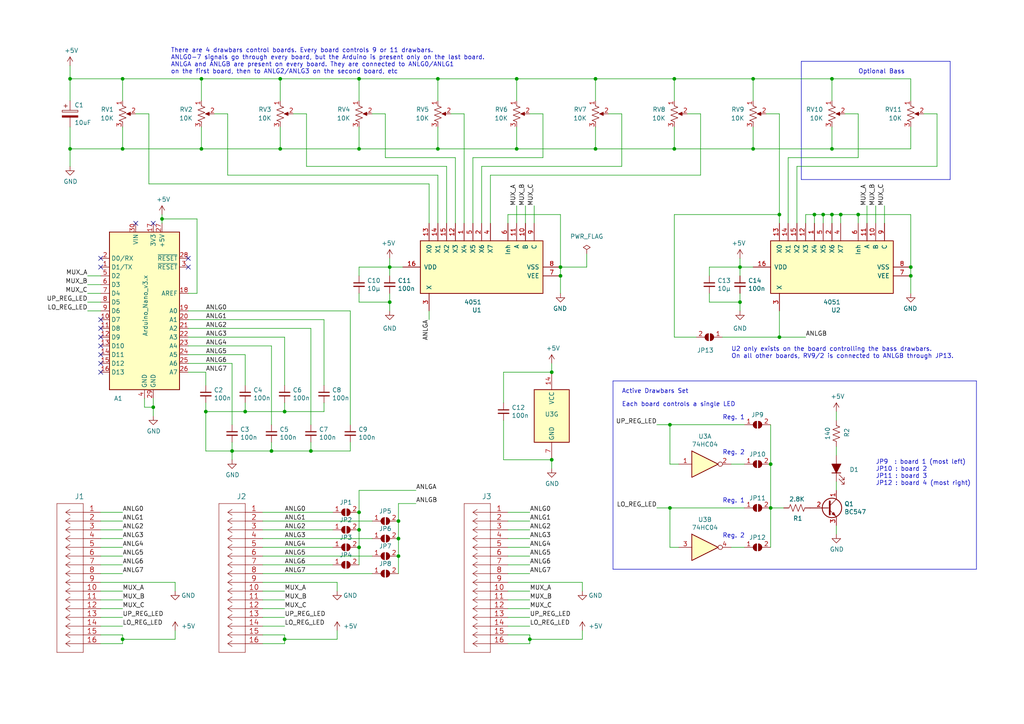
<source format=kicad_sch>
(kicad_sch (version 20250114) (generator "eeschema") (generator_version "9.0")
  (paper "A4")
  (title_block (title "9 Drawbars Control Board + 2 optional") (date "2022-04-10") (rev "1.1") (comment 1 "Rev 1.1 : Connect UP_REG_LED and LO_REG_LED to connectors. GND moved to pin 9 on J1, J2 and J3."))
  (text "Reg. 2" (at 209.55 156.21 0) (effects (font (size 1.27 1.27)) (justify left bottom)))
  (text "Optional Bass" (at 248.92 21.59 0) (effects (font (size 1.27 1.27)) (justify left bottom)))
  (text "Each board controls a single LED" (at 180.34 118.11 0) (effects (font (size 1.27 1.27)) (justify left bottom)))
  (text "Reg. 1" (at 209.55 121.92 0) (effects (font (size 1.27 1.27)) (justify left bottom)))
  (text "Reg. 1" (at 209.55 146.05 0) (effects (font (size 1.27 1.27)) (justify left bottom)))
  (text "JP9  : board 1 (most left)\nJP10 : board 2\nJP11 : board 3\nJP12 : board 4 (most right)" (at 254 140.97 0) (effects (font (size 1.27 1.27)) (justify left bottom)))
  (text "Active Drawbars Set" (at 180.34 114.3 0) (effects (font (size 1.27 1.27)) (justify left bottom)))
  (text "U2 only exists on the board controlling the bass drawbars.\nOn all other boards, RV9/2 is connected to ANLGB through JP13." (at 212.09 104.14 0) (effects (font (size 1.27 1.27)) (justify left bottom)))
  (text "Reg. 2" (at 209.55 132.08 0) (effects (font (size 1.27 1.27)) (justify left bottom)))
  (text "There are 4 drawbars control boards. Every board controls 9 or 11 drawbars.\nANLG0-7 signals go through every board, but the Arduino is present only on the last board.\nANLGA and ANLGB are present on every board. They are connected to ANLG0/ANLG1 \non the first board, then to ANLG2/ANLG3 on the second board, etc" (at 49.53 21.59 0) (effects (font (size 1.27 1.27)) (justify left bottom)))
  (junction (at 35.56 22.86))
  (junction (at 113.03 77.47))
  (junction (at 115.57 161.29))
  (junction (at 264.16 77.47))
  (junction (at 82.55 185.42))
  (junction (at 104.14 158.75))
  (junction (at 236.22 62.23))
  (junction (at 264.16 80.01))
  (junction (at 248.92 62.23))
  (junction (at 127 43.18))
  (junction (at 104.14 22.86))
  (junction (at 241.3 22.86))
  (junction (at 115.57 156.21))
  (junction (at 218.44 22.86))
  (junction (at 104.14 153.67))
  (junction (at 153.67 185.42))
  (junction (at 115.57 151.13))
  (junction (at 58.42 43.18))
  (junction (at 214.63 87.63))
  (junction (at 149.86 43.18))
  (junction (at 81.28 43.18))
  (junction (at 218.44 43.18))
  (junction (at 59.69 119.38))
  (junction (at 35.56 43.18))
  (junction (at 67.31 130.81))
  (junction (at 46.99 63.5))
  (junction (at 195.58 22.86))
  (junction (at 241.3 62.23))
  (junction (at 127 22.86))
  (junction (at 58.42 22.86))
  (junction (at 226.06 97.79))
  (junction (at 226.06 62.23))
  (junction (at 81.28 22.86))
  (junction (at 194.31 147.32))
  (junction (at 82.55 119.38))
  (junction (at 162.56 80.01))
  (junction (at 241.3 43.18))
  (junction (at 162.56 77.47))
  (junction (at 113.03 87.63))
  (junction (at 172.72 43.18))
  (junction (at 172.72 22.86))
  (junction (at 160.02 107.95))
  (junction (at 20.32 22.86))
  (junction (at 214.63 77.47))
  (junction (at 223.52 147.32))
  (junction (at 223.52 134.62))
  (junction (at 243.84 62.23))
  (junction (at 78.74 130.81))
  (junction (at 44.45 118.11))
  (junction (at 104.14 43.18))
  (junction (at 71.12 119.38))
  (junction (at 35.56 185.42))
  (junction (at 90.17 130.81))
  (junction (at 195.58 43.18))
  (junction (at 194.31 123.19))
  (junction (at 149.86 22.86))
  (junction (at 104.14 148.59))
  (junction (at 238.76 62.23))
  (junction (at 160.02 133.35))
  (junction (at 20.32 43.18))
  (no_connect (at 29.21 107.95))
  (no_connect (at 29.21 102.87))
  (no_connect (at 39.37 64.77))
  (no_connect (at 29.21 74.93))
  (no_connect (at 29.21 95.25))
  (no_connect (at 29.21 100.33))
  (no_connect (at 29.21 77.47))
  (no_connect (at 29.21 92.71))
  (no_connect (at 54.61 77.47))
  (no_connect (at 29.21 97.79))
  (no_connect (at 44.45 64.77))
  (no_connect (at 29.21 105.41))
  (no_connect (at 54.61 74.93))
  (wire (pts (xy 162.56 62.23) (xy 147.32 62.23)))
  (wire (pts (xy 238.76 62.23) (xy 236.22 62.23)))
  (wire (pts (xy 139.7 64.77) (xy 139.7 48.26)))
  (wire (pts (xy 76.2 181.61) (xy 82.55 181.61)))
  (wire (pts (xy 264.16 80.01) (xy 264.16 77.47)))
  (wire (pts (xy 29.21 87.63) (xy 25.4 87.63)))
  (wire (pts (xy 223.52 134.62) (xy 223.52 147.32)))
  (wire (pts (xy 241.3 29.21) (xy 241.3 22.86)))
  (wire (pts (xy 104.14 77.47) (xy 104.14 80.01)))
  (wire (pts (xy 82.55 97.79) (xy 82.55 111.76)))
  (wire (pts (xy 104.14 87.63) (xy 113.03 87.63)))
  (wire (pts (xy 66.04 50.8) (xy 66.04 33.02)))
  (wire (pts (xy 251.46 64.77) (xy 251.46 59.69)))
  (wire (pts (xy 107.95 33.02) (xy 111.76 33.02)))
  (wire (pts (xy 127 36.83) (xy 127 43.18)))
  (wire (pts (xy 44.45 115.57) (xy 44.45 118.11)))
  (wire (pts (xy 46.99 63.5) (xy 46.99 64.77)))
  (wire (pts (xy 29.21 161.29) (xy 35.56 161.29)))
  (wire (pts (xy 57.15 85.09) (xy 57.15 63.5)))
  (wire (pts (xy 194.31 147.32) (xy 215.9 147.32)))
  (wire (pts (xy 215.9 158.75) (xy 212.09 158.75)))
  (wire (pts (xy 20.32 19.05) (xy 20.32 22.86)))
  (polyline (pts (xy 283.21 165.1) (xy 177.8 165.1)))
  (wire (pts (xy 248.92 62.23) (xy 248.92 64.77)))
  (wire (pts (xy 147.32 181.61) (xy 153.67 181.61)))
  (wire (pts (xy 54.61 95.25) (xy 90.17 95.25)))
  (wire (pts (xy 214.63 74.93) (xy 214.63 77.47)))
  (wire (pts (xy 115.57 166.37) (xy 115.57 161.29)))
  (wire (pts (xy 57.15 63.5) (xy 46.99 63.5)))
  (wire (pts (xy 195.58 62.23) (xy 226.06 62.23)))
  (wire (pts (xy 264.16 36.83) (xy 264.16 43.18)))
  (wire (pts (xy 78.74 100.33) (xy 78.74 123.19)))
  (wire (pts (xy 226.06 33.02) (xy 226.06 62.23)))
  (wire (pts (xy 124.46 90.17) (xy 124.46 92.71)))
  (wire (pts (xy 146.05 107.95) (xy 146.05 116.84)))
  (wire (pts (xy 54.61 102.87) (xy 71.12 102.87)))
  (wire (pts (xy 82.55 185.42) (xy 82.55 186.69)))
  (wire (pts (xy 129.54 64.77) (xy 129.54 48.26)))
  (wire (pts (xy 29.21 90.17) (xy 25.4 90.17)))
  (wire (pts (xy 168.91 185.42) (xy 168.91 182.88)))
  (wire (pts (xy 154.94 64.77) (xy 154.94 59.69)))
  (wire (pts (xy 203.2 50.8) (xy 203.2 33.02)))
  (wire (pts (xy 149.86 29.21) (xy 149.86 22.86)))
  (wire (pts (xy 168.91 168.91) (xy 147.32 168.91)))
  (wire (pts (xy 90.17 130.81) (xy 101.6 130.81)))
  (wire (pts (xy 172.72 22.86) (xy 149.86 22.86)))
  (wire (pts (xy 195.58 43.18) (xy 218.44 43.18)))
  (wire (pts (xy 241.3 22.86) (xy 218.44 22.86)))
  (wire (pts (xy 81.28 36.83) (xy 81.28 43.18)))
  (wire (pts (xy 59.69 107.95) (xy 59.69 111.76)))
  (wire (pts (xy 264.16 80.01) (xy 264.16 85.09)))
  (wire (pts (xy 58.42 29.21) (xy 58.42 22.86)))
  (wire (pts (xy 29.21 156.21) (xy 35.56 156.21)))
  (wire (pts (xy 162.56 77.47) (xy 162.56 80.01)))
  (wire (pts (xy 101.6 90.17) (xy 101.6 123.19)))
  (wire (pts (xy 97.79 171.45) (xy 97.79 168.91)))
  (wire (pts (xy 35.56 43.18) (xy 20.32 43.18)))
  (wire (pts (xy 29.21 173.99) (xy 35.56 173.99)))
  (wire (pts (xy 78.74 130.81) (xy 67.31 130.81)))
  (wire (pts (xy 104.14 158.75) (xy 104.14 153.67)))
  (wire (pts (xy 97.79 168.91) (xy 76.2 168.91)))
  (wire (pts (xy 242.57 154.94) (xy 242.57 152.4)))
  (wire (pts (xy 149.86 43.18) (xy 172.72 43.18)))
  (wire (pts (xy 196.85 158.75) (xy 194.31 158.75)))
  (wire (pts (xy 101.6 130.81) (xy 101.6 128.27)))
  (wire (pts (xy 147.32 186.69) (xy 153.67 186.69)))
  (wire (pts (xy 142.24 50.8) (xy 203.2 50.8)))
  (wire (pts (xy 76.2 153.67) (xy 96.52 153.67)))
  (wire (pts (xy 195.58 36.83) (xy 195.58 43.18)))
  (wire (pts (xy 41.91 118.11) (xy 44.45 118.11)))
  (wire (pts (xy 137.16 45.72) (xy 157.48 45.72)))
  (wire (pts (xy 20.32 43.18) (xy 20.32 36.83)))
  (wire (pts (xy 241.3 62.23) (xy 238.76 62.23)))
  (wire (pts (xy 236.22 62.23) (xy 233.68 62.23)))
  (wire (pts (xy 223.52 147.32) (xy 223.52 158.75)))
  (wire (pts (xy 153.67 33.02) (xy 157.48 33.02)))
  (wire (pts (xy 248.92 45.72) (xy 248.92 33.02)))
  (wire (pts (xy 147.32 151.13) (xy 153.67 151.13)))
  (wire (pts (xy 82.55 184.15) (xy 82.55 185.42)))
  (wire (pts (xy 195.58 97.79) (xy 195.58 62.23)))
  (wire (pts (xy 104.14 43.18) (xy 127 43.18)))
  (wire (pts (xy 20.32 48.26) (xy 20.32 43.18)))
  (wire (pts (xy 264.16 62.23) (xy 248.92 62.23)))
  (wire (pts (xy 149.86 36.83) (xy 149.86 43.18)))
  (wire (pts (xy 81.28 43.18) (xy 104.14 43.18)))
  (wire (pts (xy 54.61 92.71) (xy 93.98 92.71)))
  (wire (pts (xy 162.56 62.23) (xy 162.56 77.47)))
  (wire (pts (xy 194.31 123.19) (xy 215.9 123.19)))
  (wire (pts (xy 54.61 105.41) (xy 67.31 105.41)))
  (wire (pts (xy 162.56 80.01) (xy 162.56 85.09)))
  (wire (pts (xy 267.97 33.02) (xy 271.78 33.02)))
  (wire (pts (xy 104.14 36.83) (xy 104.14 43.18)))
  (wire (pts (xy 149.86 64.77) (xy 149.86 59.69)))
  (wire (pts (xy 180.34 33.02) (xy 180.34 48.26)))
  (polyline (pts (xy 275.59 52.07) (xy 232.41 52.07)))
  (wire (pts (xy 113.03 87.63) (xy 113.03 85.09)))
  (wire (pts (xy 248.92 62.23) (xy 243.84 62.23)))
  (wire (pts (xy 160.02 135.89) (xy 160.02 133.35)))
  (wire (pts (xy 44.45 120.65) (xy 44.45 118.11)))
  (wire (pts (xy 43.18 33.02) (xy 43.18 53.34)))
  (wire (pts (xy 29.21 186.69) (xy 35.56 186.69)))
  (wire (pts (xy 35.56 185.42) (xy 50.8 185.42)))
  (wire (pts (xy 67.31 105.41) (xy 67.31 123.19)))
  (polyline (pts (xy 177.8 110.49) (xy 177.8 165.1)))
  (wire (pts (xy 58.42 22.86) (xy 35.56 22.86)))
  (wire (pts (xy 194.31 147.32) (xy 194.31 158.75)))
  (wire (pts (xy 157.48 33.02) (xy 157.48 45.72)))
  (polyline (pts (xy 275.59 52.07) (xy 275.59 17.78)))
  (polyline (pts (xy 177.8 110.49) (xy 283.21 110.49)))
  (wire (pts (xy 127 22.86) (xy 104.14 22.86)))
  (wire (pts (xy 104.14 142.24) (xy 120.65 142.24)))
  (wire (pts (xy 29.21 151.13) (xy 35.56 151.13)))
  (wire (pts (xy 242.57 129.54) (xy 242.57 132.08)))
  (wire (pts (xy 196.85 134.62) (xy 194.31 134.62)))
  (wire (pts (xy 29.21 80.01) (xy 25.4 80.01)))
  (wire (pts (xy 160.02 107.95) (xy 146.05 107.95)))
  (wire (pts (xy 271.78 48.26) (xy 271.78 33.02)))
  (wire (pts (xy 153.67 184.15) (xy 153.67 185.42)))
  (wire (pts (xy 195.58 22.86) (xy 172.72 22.86)))
  (wire (pts (xy 67.31 130.81) (xy 59.69 130.81)))
  (wire (pts (xy 29.21 85.09) (xy 25.4 85.09)))
  (polyline (pts (xy 232.41 17.78) (xy 275.59 17.78)))
  (wire (pts (xy 35.56 184.15) (xy 35.56 185.42)))
  (wire (pts (xy 146.05 133.35) (xy 160.02 133.35)))
  (wire (pts (xy 76.2 148.59) (xy 96.52 148.59)))
  (wire (pts (xy 76.2 163.83) (xy 96.52 163.83)))
  (wire (pts (xy 241.3 64.77) (xy 241.3 62.23)))
  (wire (pts (xy 222.25 33.02) (xy 226.06 33.02)))
  (wire (pts (xy 238.76 64.77) (xy 238.76 62.23)))
  (wire (pts (xy 20.32 22.86) (xy 20.32 29.21)))
  (wire (pts (xy 254 64.77) (xy 254 59.69)))
  (wire (pts (xy 214.63 77.47) (xy 214.63 80.01)))
  (wire (pts (xy 115.57 156.21) (xy 115.57 151.13)))
  (wire (pts (xy 127 64.77) (xy 127 50.8)))
  (wire (pts (xy 147.32 184.15) (xy 153.67 184.15)))
  (wire (pts (xy 223.52 147.32) (xy 227.33 147.32)))
  (wire (pts (xy 231.14 48.26) (xy 231.14 64.77)))
  (wire (pts (xy 115.57 146.05) (xy 120.65 146.05)))
  (wire (pts (xy 172.72 29.21) (xy 172.72 22.86)))
  (wire (pts (xy 115.57 161.29) (xy 115.57 156.21)))
  (wire (pts (xy 29.21 184.15) (xy 35.56 184.15)))
  (wire (pts (xy 76.2 156.21) (xy 107.95 156.21)))
  (wire (pts (xy 59.69 130.81) (xy 59.69 119.38)))
  (wire (pts (xy 39.37 33.02) (xy 43.18 33.02)))
  (wire (pts (xy 134.62 33.02) (xy 134.62 64.77)))
  (wire (pts (xy 127 29.21) (xy 127 22.86)))
  (wire (pts (xy 228.6 45.72) (xy 228.6 64.77)))
  (wire (pts (xy 43.18 53.34) (xy 124.46 53.34)))
  (wire (pts (xy 76.2 184.15) (xy 82.55 184.15)))
  (wire (pts (xy 176.53 33.02) (xy 180.34 33.02)))
  (wire (pts (xy 214.63 87.63) (xy 214.63 90.17)))
  (wire (pts (xy 218.44 43.18) (xy 241.3 43.18)))
  (wire (pts (xy 29.21 176.53) (xy 35.56 176.53)))
  (wire (pts (xy 149.86 22.86) (xy 127 22.86)))
  (wire (pts (xy 218.44 36.83) (xy 218.44 43.18)))
  (wire (pts (xy 29.21 158.75) (xy 35.56 158.75)))
  (wire (pts (xy 205.74 85.09) (xy 205.74 87.63)))
  (wire (pts (xy 146.05 121.92) (xy 146.05 133.35)))
  (wire (pts (xy 50.8 185.42) (xy 50.8 182.88)))
  (wire (pts (xy 226.06 97.79) (xy 233.68 97.79)))
  (wire (pts (xy 130.81 33.02) (xy 134.62 33.02)))
  (wire (pts (xy 54.61 85.09) (xy 57.15 85.09)))
  (wire (pts (xy 76.2 161.29) (xy 107.95 161.29)))
  (wire (pts (xy 113.03 77.47) (xy 104.14 77.47)))
  (wire (pts (xy 35.56 22.86) (xy 20.32 22.86)))
  (wire (pts (xy 115.57 151.13) (xy 115.57 146.05)))
  (wire (pts (xy 76.2 186.69) (xy 82.55 186.69)))
  (wire (pts (xy 147.32 173.99) (xy 153.67 173.99)))
  (wire (pts (xy 29.21 171.45) (xy 35.56 171.45)))
  (wire (pts (xy 113.03 74.93) (xy 113.03 77.47)))
  (wire (pts (xy 233.68 64.77) (xy 233.68 62.23)))
  (wire (pts (xy 81.28 29.21) (xy 81.28 22.86)))
  (wire (pts (xy 264.16 22.86) (xy 241.3 22.86)))
  (wire (pts (xy 113.03 77.47) (xy 116.84 77.47)))
  (wire (pts (xy 127 43.18) (xy 149.86 43.18)))
  (wire (pts (xy 147.32 171.45) (xy 153.67 171.45)))
  (wire (pts (xy 76.2 166.37) (xy 107.95 166.37)))
  (polyline (pts (xy 283.21 110.49) (xy 283.21 165.1)))
  (wire (pts (xy 190.5 123.19) (xy 194.31 123.19)))
  (wire (pts (xy 104.14 148.59) (xy 104.14 142.24)))
  (wire (pts (xy 256.54 64.77) (xy 256.54 59.69)))
  (wire (pts (xy 29.21 181.61) (xy 35.56 181.61)))
  (wire (pts (xy 35.56 36.83) (xy 35.56 43.18)))
  (wire (pts (xy 214.63 77.47) (xy 205.74 77.47)))
  (wire (pts (xy 242.57 139.7) (xy 242.57 142.24)))
  (wire (pts (xy 59.69 119.38) (xy 71.12 119.38)))
  (wire (pts (xy 90.17 128.27) (xy 90.17 130.81)))
  (wire (pts (xy 160.02 105.41) (xy 160.02 107.95)))
  (wire (pts (xy 81.28 22.86) (xy 58.42 22.86)))
  (wire (pts (xy 218.44 22.86) (xy 218.44 29.21)))
  (wire (pts (xy 111.76 45.72) (xy 132.08 45.72)))
  (wire (pts (xy 147.32 158.75) (xy 153.67 158.75)))
  (wire (pts (xy 172.72 36.83) (xy 172.72 43.18)))
  (wire (pts (xy 195.58 29.21) (xy 195.58 22.86)))
  (wire (pts (xy 76.2 173.99) (xy 82.55 173.99)))
  (wire (pts (xy 85.09 33.02) (xy 88.9 33.02)))
  (wire (pts (xy 170.18 73.66) (xy 170.18 77.47)))
  (wire (pts (xy 209.55 97.79) (xy 226.06 97.79)))
  (wire (pts (xy 194.31 134.62) (xy 194.31 123.19)))
  (wire (pts (xy 228.6 45.72) (xy 248.92 45.72)))
  (wire (pts (xy 54.61 100.33) (xy 78.74 100.33)))
  (wire (pts (xy 205.74 87.63) (xy 214.63 87.63)))
  (wire (pts (xy 78.74 128.27) (xy 78.74 130.81)))
  (wire (pts (xy 111.76 33.02) (xy 111.76 45.72)))
  (wire (pts (xy 147.32 153.67) (xy 153.67 153.67)))
  (wire (pts (xy 168.91 171.45) (xy 168.91 168.91)))
  (wire (pts (xy 231.14 48.26) (xy 271.78 48.26)))
  (wire (pts (xy 67.31 128.27) (xy 67.31 130.81)))
  (wire (pts (xy 58.42 36.83) (xy 58.42 43.18)))
  (wire (pts (xy 93.98 116.84) (xy 93.98 119.38)))
  (wire (pts (xy 264.16 77.47) (xy 264.16 62.23)))
  (wire (pts (xy 50.8 171.45) (xy 50.8 168.91)))
  (wire (pts (xy 88.9 48.26) (xy 129.54 48.26)))
  (wire (pts (xy 71.12 116.84) (xy 71.12 119.38)))
  (wire (pts (xy 226.06 90.17) (xy 226.06 97.79)))
  (wire (pts (xy 104.14 85.09) (xy 104.14 87.63)))
  (wire (pts (xy 214.63 87.63) (xy 214.63 85.09)))
  (wire (pts (xy 201.93 97.79) (xy 195.58 97.79)))
  (wire (pts (xy 147.32 176.53) (xy 153.67 176.53)))
  (wire (pts (xy 147.32 148.59) (xy 153.67 148.59)))
  (wire (pts (xy 199.39 33.02) (xy 203.2 33.02)))
  (wire (pts (xy 218.44 22.86) (xy 195.58 22.86)))
  (wire (pts (xy 104.14 22.86) (xy 81.28 22.86)))
  (wire (pts (xy 35.56 43.18) (xy 58.42 43.18)))
  (wire (pts (xy 71.12 102.87) (xy 71.12 111.76)))
  (wire (pts (xy 147.32 156.21) (xy 153.67 156.21)))
  (wire (pts (xy 153.67 185.42) (xy 153.67 186.69)))
  (wire (pts (xy 214.63 77.47) (xy 218.44 77.47)))
  (wire (pts (xy 59.69 116.84) (xy 59.69 119.38)))
  (wire (pts (xy 241.3 36.83) (xy 241.3 43.18)))
  (wire (pts (xy 29.21 163.83) (xy 35.56 163.83)))
  (wire (pts (xy 264.16 22.86) (xy 264.16 29.21)))
  (wire (pts (xy 41.91 115.57) (xy 41.91 118.11)))
  (wire (pts (xy 76.2 176.53) (xy 82.55 176.53)))
  (wire (pts (xy 205.74 77.47) (xy 205.74 80.01)))
  (wire (pts (xy 147.32 62.23) (xy 147.32 64.77)))
  (wire (pts (xy 147.32 161.29) (xy 153.67 161.29)))
  (wire (pts (xy 62.23 33.02) (xy 66.04 33.02)))
  (wire (pts (xy 124.46 64.77) (xy 124.46 53.34)))
  (wire (pts (xy 50.8 168.91) (xy 29.21 168.91)))
  (wire (pts (xy 223.52 123.19) (xy 223.52 134.62)))
  (polyline (pts (xy 232.41 52.07) (xy 232.41 17.78)))
  (wire (pts (xy 93.98 92.71) (xy 93.98 111.76)))
  (wire (pts (xy 170.18 77.47) (xy 162.56 77.47)))
  (wire (pts (xy 82.55 116.84) (xy 82.55 119.38)))
  (wire (pts (xy 236.22 64.77) (xy 236.22 62.23)))
  (wire (pts (xy 104.14 29.21) (xy 104.14 22.86)))
  (wire (pts (xy 29.21 153.67) (xy 35.56 153.67)))
  (wire (pts (xy 113.03 77.47) (xy 113.03 80.01)))
  (wire (pts (xy 35.56 22.86) (xy 35.56 29.21)))
  (wire (pts (xy 90.17 130.81) (xy 78.74 130.81)))
  (wire (pts (xy 132.08 45.72) (xy 132.08 64.77)))
  (wire (pts (xy 104.14 163.83) (xy 104.14 158.75)))
  (wire (pts (xy 76.2 158.75) (xy 96.52 158.75)))
  (wire (pts (xy 54.61 90.17) (xy 101.6 90.17)))
  (wire (pts (xy 67.31 133.35) (xy 67.31 130.81)))
  (wire (pts (xy 54.61 97.79) (xy 82.55 97.79)))
  (wire (pts (xy 137.16 64.77) (xy 137.16 45.72)))
  (wire (pts (xy 152.4 64.77) (xy 152.4 59.69)))
  (wire (pts (xy 35.56 185.42) (xy 35.56 186.69)))
  (wire (pts (xy 29.21 82.55) (xy 25.4 82.55)))
  (wire (pts (xy 139.7 48.26) (xy 180.34 48.26)))
  (wire (pts (xy 82.55 185.42) (xy 97.79 185.42)))
  (wire (pts (xy 76.2 179.07) (xy 82.55 179.07)))
  (wire (pts (xy 242.57 119.38) (xy 242.57 121.92)))
  (wire (pts (xy 215.9 134.62) (xy 212.09 134.62)))
  (wire (pts (xy 54.61 107.95) (xy 59.69 107.95)))
  (wire (pts (xy 46.99 62.23) (xy 46.99 63.5)))
  (wire (pts (xy 147.32 166.37) (xy 153.67 166.37)))
  (wire (pts (xy 29.21 166.37) (xy 35.56 166.37)))
  (wire (pts (xy 29.21 148.59) (xy 35.56 148.59)))
  (wire (pts (xy 243.84 64.77) (xy 243.84 62.23)))
  (wire (pts (xy 245.11 33.02) (xy 248.92 33.02)))
  (wire (pts (xy 147.32 163.83) (xy 153.67 163.83)))
  (wire (pts (xy 241.3 43.18) (xy 264.16 43.18)))
  (wire (pts (xy 71.12 119.38) (xy 82.55 119.38)))
  (wire (pts (xy 76.2 171.45) (xy 82.55 171.45)))
  (wire (pts (xy 29.21 179.07) (xy 35.56 179.07)))
  (wire (pts (xy 153.67 185.42) (xy 168.91 185.42)))
  (wire (pts (xy 82.55 119.38) (xy 93.98 119.38)))
  (wire (pts (xy 76.2 151.13) (xy 107.95 151.13)))
  (wire (pts (xy 97.79 185.42) (xy 97.79 182.88)))
  (wire (pts (xy 142.24 64.77) (xy 142.24 50.8)))
  (wire (pts (xy 58.42 43.18) (xy 81.28 43.18)))
  (wire (pts (xy 88.9 48.26) (xy 88.9 33.02)))
  (wire (pts (xy 172.72 43.18) (xy 195.58 43.18)))
  (wire (pts (xy 90.17 95.25) (xy 90.17 123.19)))
  (wire (pts (xy 243.84 62.23) (xy 241.3 62.23)))
  (wire (pts (xy 147.32 179.07) (xy 153.67 179.07)))
  (wire (pts (xy 190.5 147.32) (xy 194.31 147.32)))
  (wire (pts (xy 104.14 153.67) (xy 104.14 148.59)))
  (wire (pts (xy 113.03 87.63) (xy 113.03 90.17)))
  (wire (pts (xy 226.06 62.23) (xy 226.06 64.77)))
  (wire (pts (xy 127 50.8) (xy 66.04 50.8)))
  (label "LO_REG_LED" (at 25.4 90.17 180))
  (label "MUX_A" (at 82.55 171.45 0))
  (label "ANLG1" (at 35.56 151.13 0))
  (label "ANLG5" (at 153.67 161.29 0))
  (label "UP_REG_LED" (at 35.56 179.07 0))
  (label "MUX_B" (at 152.4 59.69 90))
  (label "ANLG4" (at 82.55 158.75 0))
  (label "LO_REG_LED" (at 82.55 181.61 0))
  (label "ANLGA" (at 124.46 92.71 270))
  (label "MUX_B" (at 35.56 173.99 0))
  (label "MUX_C" (at 35.56 176.53 0))
  (label "ANLG4" (at 59.69 100.33 0))
  (label "ANLG4" (at 35.56 158.75 0))
  (label "LO_REG_LED" (at 153.67 181.61 0))
  (label "ANLG2" (at 82.55 153.67 0))
  (label "ANLG1" (at 59.69 92.71 0))
  (label "MUX_B" (at 82.55 173.99 0))
  (label "ANLGB" (at 233.68 97.79 0))
  (label "MUX_A" (at 153.67 171.45 0))
  (label "ANLG7" (at 153.67 166.37 0))
  (label "ANLG7" (at 59.69 107.95 0))
  (label "ANLG1" (at 82.55 151.13 0))
  (label "MUX_A" (at 35.56 171.45 0))
  (label "UP_REG_LED" (at 190.5 123.19 180))
  (label "LO_REG_LED" (at 190.5 147.32 180))
  (label "MUX_B" (at 153.67 173.99 0))
  (label "UP_REG_LED" (at 82.55 179.07 0))
  (label "ANLG0" (at 153.67 148.59 0))
  (label "MUX_C" (at 154.94 59.69 90))
  (label "ANLG2" (at 35.56 153.67 0))
  (label "ANLG2" (at 153.67 153.67 0))
  (label "MUX_B" (at 254 59.69 90))
  (label "ANLG3" (at 59.69 97.79 0))
  (label "ANLG5" (at 59.69 102.87 0))
  (label "ANLGA" (at 120.65 142.24 0))
  (label "ANLG1" (at 153.67 151.13 0))
  (label "ANLG6" (at 153.67 163.83 0))
  (label "ANLG6" (at 59.69 105.41 0))
  (label "ANLG0" (at 59.69 90.17 0))
  (label "ANLG5" (at 35.56 161.29 0))
  (label "MUX_C" (at 153.67 176.53 0))
  (label "ANLGB" (at 120.65 146.05 0))
  (label "ANLG7" (at 35.56 166.37 0))
  (label "UP_REG_LED" (at 25.4 87.63 180))
  (label "MUX_C" (at 25.4 85.09 180))
  (label "ANLG5" (at 82.55 161.29 0))
  (label "MUX_B" (at 25.4 82.55 180))
  (label "ANLG6" (at 35.56 163.83 0))
  (label "UP_REG_LED" (at 153.67 179.07 0))
  (label "ANLG6" (at 82.55 163.83 0))
  (label "ANLG3" (at 35.56 156.21 0))
  (label "ANLG3" (at 82.55 156.21 0))
  (label "ANLG3" (at 153.67 156.21 0))
  (label "MUX_A" (at 25.4 80.01 180))
  (label "MUX_C" (at 82.55 176.53 0))
  (label "ANLG4" (at 153.67 158.75 0))
  (label "LO_REG_LED" (at 35.56 181.61 0))
  (label "ANLG7" (at 82.55 166.37 0))
  (label "MUX_C" (at 256.54 59.69 90))
  (label "ANLG0" (at 35.56 148.59 0))
  (label "MUX_A" (at 149.86 59.69 90))
  (label "MUX_A" (at 251.46 59.69 90))
  (label "ANLG0" (at 82.55 148.59 0))
  (label "ANLG2" (at 59.69 95.25 0))
  (symbol (lib_id "power:GND") (at 20.32 48.26 0) (unit 1)
    (property "Reference" "#PWR02" (effects (hide yes)))
    (property "Value" "GND" (at 20.447 52.6542 0))
  )
  (symbol (lib_id "power:+5V") (at 20.32 19.05 0) (unit 1)
    (property "Reference" "#PWR01" (effects (hide yes)))
    (property "Value" "+5V" (at 20.701 14.6558 0))
  )
  (symbol (lib_id "power:GND") (at 162.56 85.09 0) (mirror y) (unit 1)
    (property "Reference" "#PWR011" (effects (hide yes)))
    (property "Value" "GND" (at 162.433 89.4842 0))
  )
  (symbol (lib_id "power:+5V") (at 113.03 74.93 0) (mirror y) (unit 1)
    (property "Reference" "#PWR010" (effects (hide yes)))
    (property "Value" "+5V" (at 112.649 70.5358 0))
  )
  (symbol (lib_id "Device:C_Small") (at 104.14 82.55 0) (unit 1)
    (property "Reference" "C10" (at 106.4768 81.3816 0) (effects (justify left)))
    (property "Value" "10µ" (at 106.4768 83.693 0) (effects (justify left)))
    (property "Footprint" "Capacitor_SMD:C_1206_3216Metric_Pad1.33x1.80mm_HandSolder" (effects (hide yes)))
    (property "Datasheet" "https://fr.farnell.com/avx/12063d106kat2a/condensateur-10-f-25v-10-x5r-1206/dp/1833825" (effects (hide yes)))
  )
  (symbol (lib_id "Device:C_Small") (at 113.03 82.55 0) (unit 1)
    (property "Reference" "C11" (at 115.3668 81.3816 0) (effects (justify left)))
    (property "Value" "100n" (at 115.3668 83.693 0) (effects (justify left)))
    (property "Footprint" "Capacitor_SMD:C_1206_3216Metric_Pad1.33x1.80mm_HandSolder" (effects (hide yes)))
    (property "Datasheet" "https://fr.farnell.com/multicomp/mc1206b104k250ct/condensateur-0-1-f-25v-10-x7r/dp/1759312" (effects (hide yes)))
  )
  (symbol (lib_id "Device:C_Small") (at 59.69 114.3 0) (unit 1)
    (property "Reference" "C2" (at 62.0268 113.1316 0) (effects (justify left)))
    (property "Value" "100n" (at 62.0268 115.443 0) (effects (justify left)))
    (property "Footprint" "Capacitor_SMD:C_1206_3216Metric_Pad1.33x1.80mm_HandSolder" (effects (hide yes)))
    (property "Datasheet" "https://fr.farnell.com/multicomp/mc1206b104k250ct/condensateur-0-1-f-25v-10-x7r/dp/1759312" (effects (hide yes)))
  )
  (symbol (lib_id "Device:C_Small") (at 71.12 114.3 0) (unit 1)
    (property "Reference" "C4" (at 73.4568 113.1316 0) (effects (justify left)))
    (property "Value" "100n" (at 73.4568 115.443 0) (effects (justify left)))
    (property "Footprint" "Capacitor_SMD:C_1206_3216Metric_Pad1.33x1.80mm_HandSolder" (effects (hide yes)))
    (property "Datasheet" "https://fr.farnell.com/multicomp/mc1206b104k250ct/condensateur-0-1-f-25v-10-x7r/dp/1759312" (effects (hide yes)))
  )
  (symbol (lib_id "Device:C_Small") (at 82.55 114.3 0) (unit 1)
    (property "Reference" "C6" (at 84.8868 113.1316 0) (effects (justify left)))
    (property "Value" "100n" (at 84.8868 115.443 0) (effects (justify left)))
    (property "Footprint" "Capacitor_SMD:C_1206_3216Metric_Pad1.33x1.80mm_HandSolder" (effects (hide yes)))
    (property "Datasheet" "https://fr.farnell.com/multicomp/mc1206b104k250ct/condensateur-0-1-f-25v-10-x7r/dp/1759312" (effects (hide yes)))
  )
  (symbol (lib_id "Device:C_Small") (at 93.98 114.3 0) (unit 1)
    (property "Reference" "C8" (at 96.3168 113.1316 0) (effects (justify left)))
    (property "Value" "100n" (at 96.3168 115.443 0) (effects (justify left)))
    (property "Footprint" "Capacitor_SMD:C_1206_3216Metric_Pad1.33x1.80mm_HandSolder" (effects (hide yes)))
    (property "Datasheet" "https://fr.farnell.com/multicomp/mc1206b104k250ct/condensateur-0-1-f-25v-10-x7r/dp/1759312" (effects (hide yes)))
  )
  (symbol (lib_id "Device:C_Small") (at 67.31 125.73 0) (unit 1)
    (property "Reference" "C3" (at 69.6468 124.5616 0) (effects (justify left)))
    (property "Value" "100n" (at 69.6468 126.873 0) (effects (justify left)))
    (property "Footprint" "Capacitor_SMD:C_1206_3216Metric_Pad1.33x1.80mm_HandSolder" (effects (hide yes)))
    (property "Datasheet" "https://fr.farnell.com/multicomp/mc1206b104k250ct/condensateur-0-1-f-25v-10-x7r/dp/1759312" (effects (hide yes)))
  )
  (symbol (lib_id "Device:C_Small") (at 78.74 125.73 0) (unit 1)
    (property "Reference" "C5" (at 81.0768 124.5616 0) (effects (justify left)))
    (property "Value" "100n" (at 81.0768 126.873 0) (effects (justify left)))
    (property "Footprint" "Capacitor_SMD:C_1206_3216Metric_Pad1.33x1.80mm_HandSolder" (effects (hide yes)))
    (property "Datasheet" "https://fr.farnell.com/multicomp/mc1206b104k250ct/condensateur-0-1-f-25v-10-x7r/dp/1759312" (effects (hide yes)))
  )
  (symbol (lib_id "Device:C_Small") (at 90.17 125.73 0) (unit 1)
    (property "Reference" "C7" (at 92.5068 124.5616 0) (effects (justify left)))
    (property "Value" "100n" (at 92.5068 126.873 0) (effects (justify left)))
    (property "Footprint" "Capacitor_SMD:C_1206_3216Metric_Pad1.33x1.80mm_HandSolder" (effects (hide yes)))
    (property "Datasheet" "https://fr.farnell.com/multicomp/mc1206b104k250ct/condensateur-0-1-f-25v-10-x7r/dp/1759312" (effects (hide yes)))
  )
  (symbol (lib_id "Device:C_Small") (at 101.6 125.73 0) (unit 1)
    (property "Reference" "C9" (at 103.9368 124.5616 0) (effects (justify left)))
    (property "Value" "100n" (at 103.9368 126.873 0) (effects (justify left)))
    (property "Footprint" "Capacitor_SMD:C_1206_3216Metric_Pad1.33x1.80mm_HandSolder" (effects (hide yes)))
    (property "Datasheet" "https://fr.farnell.com/multicomp/mc1206b104k250ct/condensateur-0-1-f-25v-10-x7r/dp/1759312" (effects (hide yes)))
  )
  (symbol (lib_id "4xxx:4051") (at 241.3 77.47 90) (mirror x) (unit 1)
    (property "Reference" "U2" (at 243.84 89.9414 90) (effects (justify left)))
    (property "Value" "4051" (at 243.84 87.63 90) (effects (justify left)))
    (property "Footprint" "Package_DIP:DIP-16_W7.62mm" (effects (hide yes)))
    (property "Datasheet" "https://fr.farnell.com/texas-instruments/cd4051be/multiplexer-8-channel-16dip/dp/3124932?MER=sy-me-pd-mi-alte&st=CD4051BE%20." (effects (hide yes)))
  )
  (symbol (lib_id "power:GND") (at 264.16 85.09 0) (mirror y) (unit 1)
    (property "Reference" "#PWR017" (effects (hide yes)))
    (property "Value" "GND" (at 264.033 89.4842 0))
  )
  (symbol (lib_id "power:GND") (at 67.31 133.35 0) (unit 1)
    (property "Reference" "#PWR07" (effects (hide yes)))
    (property "Value" "GND" (at 67.437 137.7442 0))
  )
  (symbol (lib_id "MCU_Module:Arduino_Nano_v3.x") (at 41.91 90.17 0) (unit 1)
    (property "Reference" "A1" (at 34.29 115.57 0))
    (property "Value" "Arduino_Nano_v3.x" (at 42.164 88.646 90))
    (property "Footprint" "Module:Arduino_Nano" (effects (hide yes)))
    (property "Datasheet" "http://www.mouser.com/pdfdocs/Gravitech_Arduino_Nano3_0.pdf" (effects (hide yes)))
  )
  (symbol (lib_id "4xxx:4051") (at 139.7 77.47 90) (mirror x) (unit 1)
    (property "Reference" "U1" (at 139.7 89.9414 90) (effects (justify left)))
    (property "Value" "4051" (at 139.7 87.63 90) (effects (justify left)))
    (property "Footprint" "Package_DIP:DIP-16_W7.62mm" (effects (hide yes)))
    (property "Datasheet" "https://fr.farnell.com/texas-instruments/cd4051be/multiplexer-8-channel-16dip/dp/3124932?MER=sy-me-pd-mi-alte&st=CD4051BE%20." (effects (hide yes)))
  )
  (symbol (lib_id "power:+5V") (at 46.99 62.23 0) (unit 1)
    (property "Reference" "#PWR05" (effects (hide yes)))
    (property "Value" "+5V" (at 47.371 57.8358 0))
  )
  (symbol (lib_id "power:GND") (at 44.45 120.65 0) (unit 1)
    (property "Reference" "#PWR04" (effects (hide yes)))
    (property "Value" "GND" (at 44.577 125.0442 0))
  )
  (symbol (lib_id "b3_connectors_library:8-215079-6") (at 29.21 148.59 0) (mirror y) (unit 1)
    (property "Reference" "J1" (at 23.0632 143.9926 0) (effects (font (size 1.524 1.524))))
    (property "Value" "8-215079-6" (effects (hide yes)))
    (property "Footprint" "b3_footprints:MicroMatch_2x08_P1.27mm_Vertical" (effects (hide yes)))
    (property "Datasheet" "https://fr.farnell.com/amp-te-connectivity/8-215079-6/embase-entree-sup-16-voies/dp/148659?MER=sy-me-pd-mi-acce" (effects (hide yes)))
  )
  (symbol (lib_id "Device:C_Small") (at 146.05 119.38 0) (unit 1)
    (property "Reference" "C12" (at 148.3868 118.2116 0) (effects (justify left)))
    (property "Value" "100n" (at 148.3868 120.523 0) (effects (justify left)))
    (property "Footprint" "Capacitor_SMD:C_1206_3216Metric_Pad1.33x1.80mm_HandSolder" (effects (hide yes)))
    (property "Datasheet" "https://fr.farnell.com/multicomp/mc1206b104k250ct/condensateur-0-1-f-25v-10-x7r/dp/1759312" (effects (hide yes)))
  )
  (symbol (lib_id "Transistor_BJT:BC547") (at 240.03 147.32 0) (unit 1)
    (property "Reference" "Q1" (at 244.8814 146.1516 0) (effects (justify left)))
    (property "Value" "BC547" (at 244.8814 148.463 0) (effects (justify left)))
    (property "Footprint" "Package_TO_SOT_THT:TO-92_Inline" (effects (hide yes)))
    (property "Datasheet" "https://www.conrad.fr/p/diotec-transistor-bjt-discret-bc547a-to-92-1-npn-154709?searchTerm=bc547&searchType=suggest&searchSuggest=product" (effects (hide yes)))
  )
  (symbol (lib_id "b3_connectors_library:8-215079-6") (at 76.2 148.59 0) (mirror y) (unit 1)
    (property "Reference" "J2" (at 70.0532 143.9926 0) (effects (font (size 1.524 1.524))))
    (property "Value" "8-215079-6" (effects (hide yes)))
    (property "Footprint" "b3_footprints:MicroMatch_2x08_P1.27mm_Vertical" (effects (hide yes)))
    (property "Datasheet" "https://fr.farnell.com/amp-te-connectivity/8-215079-6/embase-entree-sup-16-voies/dp/148659?MER=sy-me-pd-mi-acce" (effects (hide yes)))
  )
  (symbol (lib_id "Jumper:SolderJumper_2_Open") (at 111.76 166.37 0) (unit 1)
    (property "Reference" "JP8" (at 111.76 163.4998 0))
    (property "Value" "SolderJumper_2_Open" (effects (hide yes)))
    (property "Footprint" "Jumper:SolderJumper-2_P1.3mm_Open_RoundedPad1.0x1.5mm" (effects (hide yes)))
  )
  (symbol (lib_id "Jumper:SolderJumper_2_Open") (at 111.76 161.29 0) (unit 1)
    (property "Reference" "JP7" (at 111.76 158.4198 0))
    (property "Value" "SolderJumper_2_Open" (effects (hide yes)))
    (property "Footprint" "Jumper:SolderJumper-2_P1.3mm_Open_RoundedPad1.0x1.5mm" (effects (hide yes)))
  )
  (symbol (lib_id "Jumper:SolderJumper_2_Open") (at 111.76 156.21 0) (unit 1)
    (property "Reference" "JP6" (at 111.76 153.3398 0))
    (property "Value" "SolderJumper_2_Open" (effects (hide yes)))
    (property "Footprint" "Jumper:SolderJumper-2_P1.3mm_Open_RoundedPad1.0x1.5mm" (effects (hide yes)))
  )
  (symbol (lib_id "Jumper:SolderJumper_2_Open") (at 111.76 151.13 0) (unit 1)
    (property "Reference" "JP5" (at 111.76 148.2598 0))
    (property "Value" "SolderJumper_2_Open" (effects (hide yes)))
    (property "Footprint" "Jumper:SolderJumper-2_P1.3mm_Open_RoundedPad1.0x1.5mm" (effects (hide yes)))
  )
  (symbol (lib_id "Jumper:SolderJumper_2_Open") (at 100.33 163.83 0) (unit 1)
    (property "Reference" "JP4" (at 100.33 160.9598 0))
    (property "Value" "SolderJumper_2_Open" (effects (hide yes)))
    (property "Footprint" "Jumper:SolderJumper-2_P1.3mm_Open_RoundedPad1.0x1.5mm" (effects (hide yes)))
  )
  (symbol (lib_id "Jumper:SolderJumper_2_Open") (at 100.33 158.75 0) (unit 1)
    (property "Reference" "JP3" (at 100.33 155.8798 0))
    (property "Value" "SolderJumper_2_Open" (effects (hide yes)))
    (property "Footprint" "Jumper:SolderJumper-2_P1.3mm_Open_RoundedPad1.0x1.5mm" (effects (hide yes)))
  )
  (symbol (lib_id "Jumper:SolderJumper_2_Open") (at 100.33 153.67 0) (unit 1)
    (property "Reference" "JP2" (at 100.33 150.7998 0))
    (property "Value" "SolderJumper_2_Open" (effects (hide yes)))
    (property "Footprint" "Jumper:SolderJumper-2_P1.3mm_Open_RoundedPad1.0x1.5mm" (effects (hide yes)))
  )
  (symbol (lib_id "Jumper:SolderJumper_2_Open") (at 100.33 148.59 0) (unit 1)
    (property "Reference" "JP1" (at 100.33 145.7198 0))
    (property "Value" "SolderJumper_2_Open" (effects (hide yes)))
    (property "Footprint" "Jumper:SolderJumper-2_P1.3mm_Open_RoundedPad1.0x1.5mm" (effects (hide yes)))
  )
  (symbol (lib_id "Device:R_US") (at 242.57 125.73 180) (unit 1)
    (property "Reference" "R2" (at 245.618 125.476 90))
    (property "Value" "140" (at 240.03 125.73 90))
    (property "Footprint" "Resistor_SMD:R_1206_3216Metric_Pad1.30x1.75mm_HandSolder" (effects (hide yes)))
    (property "Datasheet" "https://fr.farnell.com/yageo/rc1206jr-07150rl/res-couche-epaisse-150r-5-0-25w/dp/9240420" (effects (hide yes)))
  )
  (symbol (lib_id "power:GND") (at 242.57 154.94 0) (unit 1)
    (property "Reference" "#PWR015" (effects (hide yes)))
    (property "Value" "GND" (at 242.697 159.3342 0))
  )
  (symbol (lib_id "Device:R_US") (at 231.14 147.32 90) (unit 1)
    (property "Reference" "R1" (at 231.394 150.368 90))
    (property "Value" "2.8K" (at 231.14 144.78 90))
    (property "Footprint" "Resistor_SMD:R_1206_3216Metric_Pad1.30x1.75mm_HandSolder" (effects (hide yes)))
    (property "Datasheet" "https://fr.farnell.com/panasonic/erj8enf2801v/res-couche-epaisse-2-8k-1-0-25w/dp/2307588" (effects (hide yes)))
  )
  (symbol (lib_id "power:+5V") (at 242.57 119.38 0) (unit 1)
    (property "Reference" "#PWR014" (effects (hide yes)))
    (property "Value" "+5V" (at 242.951 114.9858 0))
  )
  (symbol (lib_id "74xx:74HC04") (at 204.47 134.62 0) (unit 1)
    (property "Reference" "U3" (at 204.47 126.5682 0))
    (property "Value" "74HC04" (at 204.47 128.8796 0))
    (property "Footprint" "Package_DIP:DIP-14_W7.62mm" (effects (hide yes)))
    (property "Datasheet" "https://fr.farnell.com/texas-instruments/sn74hc04n/ic-hex-inverter-74hc04-dip14-5v/dp/3120432" (effects (hide yes)))
  )
  (symbol (lib_id "74xx:74HC04") (at 204.47 158.75 0) (unit 2)
    (property "Reference" "U3" (at 204.47 150.6982 0))
    (property "Value" "74HC04" (at 204.47 153.0096 0))
    (property "Footprint" "Package_DIP:DIP-14_W7.62mm" (effects (hide yes)))
    (property "Datasheet" "https://fr.farnell.com/texas-instruments/sn74hc04n/ic-hex-inverter-74hc04-dip14-5v/dp/3120432" (effects (hide yes)))
  )
  (symbol (lib_id "74xx:74LS04") (at 160.02 120.65 0) (unit 7)
    (property "Reference" "U3" (at 160.02 120.142 0))
    (property "Value" "74HC04" (effects (hide yes)))
    (property "Footprint" "Package_DIP:DIP-14_W7.62mm" (effects (hide yes)))
    (property "Datasheet" "https://fr.farnell.com/texas-instruments/sn74hc04n/ic-hex-inverter-74hc04-dip14-5v/dp/3120432" (effects (hide yes)))
  )
  (symbol (lib_id "power:+5V") (at 160.02 105.41 0) (unit 1)
    (property "Reference" "#PWR018" (effects (hide yes)))
    (property "Value" "+5V" (at 160.401 101.0158 0))
  )
  (symbol (lib_id "power:GND") (at 160.02 135.89 0) (unit 1)
    (property "Reference" "#PWR019" (effects (hide yes)))
    (property "Value" "GND" (at 160.147 140.2842 0))
  )
  (symbol (lib_id "Jumper:SolderJumper_2_Open") (at 219.71 123.19 0) (unit 1)
    (property "Reference" "JP9" (at 219.71 120.3198 0))
    (property "Value" "SolderJumper_2_Open" (effects (hide yes)))
    (property "Footprint" "Jumper:SolderJumper-2_P1.3mm_Open_RoundedPad1.0x1.5mm" (effects (hide yes)))
  )
  (symbol (lib_id "Jumper:SolderJumper_2_Open") (at 219.71 134.62 0) (unit 1)
    (property "Reference" "JP10" (at 219.71 131.7498 0))
    (property "Value" "SolderJumper_2_Open" (effects (hide yes)))
    (property "Footprint" "Jumper:SolderJumper-2_P1.3mm_Open_RoundedPad1.0x1.5mm" (effects (hide yes)))
  )
  (symbol (lib_id "Jumper:SolderJumper_2_Open") (at 219.71 147.32 0) (unit 1)
    (property "Reference" "JP11" (at 219.71 144.4498 0))
    (property "Value" "SolderJumper_2_Open" (effects (hide yes)))
    (property "Footprint" "Jumper:SolderJumper-2_P1.3mm_Open_RoundedPad1.0x1.5mm" (effects (hide yes)))
  )
  (symbol (lib_id "Jumper:SolderJumper_2_Open") (at 219.71 158.75 0) (unit 1)
    (property "Reference" "JP12" (at 219.71 155.8798 0))
    (property "Value" "SolderJumper_2_Open" (effects (hide yes)))
    (property "Footprint" "Jumper:SolderJumper-2_P1.3mm_Open_RoundedPad1.0x1.5mm" (effects (hide yes)))
  )
  (symbol (lib_id "Jumper:SolderJumper_2_Open") (at 205.74 97.79 180) (unit 1)
    (property "Reference" "JP13" (at 207.01 101.6 0) (effects (justify left)))
    (property "Value" "SolderJumper_2_Open" (effects (hide yes)))
    (property "Footprint" "Jumper:SolderJumper-2_P1.3mm_Open_RoundedPad1.0x1.5mm" (effects (hide yes)))
  )
  (symbol (lib_id "b3_connectors_library:8-215079-6") (at 147.32 148.59 0) (mirror y) (unit 1)
    (property "Reference" "J3" (at 141.1732 143.9926 0) (effects (font (size 1.524 1.524))))
    (property "Value" "8-215079-6" (effects (hide yes)))
    (property "Footprint" "b3_footprints:MicroMatch_2x08_P1.27mm_Vertical" (effects (hide yes)))
    (property "Datasheet" "https://fr.farnell.com/amp-te-connectivity/8-215079-6/embase-entree-sup-16-voies/dp/148659?MER=sy-me-pd-mi-acce" (effects (hide yes)))
  )
  (symbol (lib_id "power:GND") (at 168.91 171.45 0) (unit 1)
    (property "Reference" "#PWR0101" (effects (hide yes)))
    (property "Value" "GND" (at 172.72 172.72 0))
  )
  (symbol (lib_id "Device:C_Polarized") (at 20.32 33.02 0) (unit 1)
    (property "Reference" "C1" (at 21.59 30.48 0) (effects (justify left)))
    (property "Value" "10uF" (at 21.59 35.56 0) (effects (justify left)))
    (property "Footprint" "Capacitor_THT:CP_Axial_L10.0mm_D4.5mm_P15.00mm_Horizontal" (effects (hide yes)))
    (property "Datasheet" "https://fr.farnell.com/vishay/mal203036109e3/condensateur-10-f-25v/dp/1165419" (effects (hide yes)))
  )
  (symbol (lib_id "Device:R_Potentiometer_US") (at 58.42 33.02 0) (unit 1)
    (property "Reference" "RV2" (at 55.88 31.7499 0) (effects (justify right)))
    (property "Value" "10K" (at 55.88 34.2899 0) (effects (justify right)))
    (property "Footprint" "b3_footprints:Drawbar_Potentiometer" (effects (hide yes)))
  )
  (symbol (lib_id "power:PWR_FLAG") (at 170.18 73.66 0) (unit 1)
    (property "Reference" "#FLG0101" (effects (hide yes)))
    (property "Value" "PWR_FLAG" (at 170.18 68.58 0))
  )
  (symbol (lib_id "power:+5V") (at 214.63 74.93 0) (mirror y) (unit 1)
    (property "Reference" "#PWR016" (effects (hide yes)))
    (property "Value" "+5V" (at 214.249 70.5358 0))
  )
  (symbol (lib_id "Device:R_Potentiometer_US") (at 241.3 33.02 0) (unit 1)
    (property "Reference" "RV10" (at 238.76 31.7499 0) (effects (justify right)))
    (property "Value" "10K" (at 238.76 34.2899 0) (effects (justify right)))
    (property "Footprint" "b3_footprints:Drawbar_Potentiometer" (effects (hide yes)))
  )
  (symbol (lib_id "Device:R_Potentiometer_US") (at 81.28 33.02 0) (unit 1)
    (property "Reference" "RV3" (at 78.74 31.7499 0) (effects (justify right)))
    (property "Value" "10K" (at 78.74 34.2899 0) (effects (justify right)))
    (property "Footprint" "b3_footprints:Drawbar_Potentiometer" (effects (hide yes)))
  )
  (symbol (lib_id "Device:R_Potentiometer_US") (at 218.44 33.02 0) (unit 1)
    (property "Reference" "RV9" (at 215.9 31.7499 0) (effects (justify right)))
    (property "Value" "10K" (at 215.9 34.2899 0) (effects (justify right)))
    (property "Footprint" "b3_footprints:Drawbar_Potentiometer" (effects (hide yes)))
  )
  (symbol (lib_id "power:GND") (at 214.63 90.17 0) (unit 1)
    (property "Reference" "#PWR020" (effects (hide yes)))
    (property "Value" "GND" (at 214.63 95.25 0))
  )
  (symbol (lib_id "Device:C_Small") (at 205.74 82.55 0) (unit 1)
    (property "Reference" "C13" (at 208.0768 81.3816 0) (effects (justify left)))
    (property "Value" "10µ" (at 208.0768 83.693 0) (effects (justify left)))
    (property "Footprint" "Capacitor_SMD:C_1206_3216Metric_Pad1.33x1.80mm_HandSolder" (effects (hide yes)))
    (property "Datasheet" "https://fr.farnell.com/avx/12063d106kat2a/condensateur-10-f-25v-10-x5r-1206/dp/1833825" (effects (hide yes)))
  )
  (symbol (lib_id "power:+5V") (at 97.79 182.88 0) (unit 1)
    (property "Reference" "#PWR0104" (effects (hide yes)))
    (property "Value" "+5V" (at 101.6 181.61 0))
  )
  (symbol (lib_id "Device:R_Potentiometer_US") (at 264.16 33.02 0) (unit 1)
    (property "Reference" "RV11" (at 261.62 31.7499 0) (effects (justify right)))
    (property "Value" "10K" (at 261.62 34.2899 0) (effects (justify right)))
    (property "Footprint" "b3_footprints:Drawbar_Potentiometer" (effects (hide yes)))
  )
  (symbol (lib_id "Device:R_Potentiometer_US") (at 127 33.02 0) (unit 1)
    (property "Reference" "RV5" (at 124.46 31.7499 0) (effects (justify right)))
    (property "Value" "10K" (at 124.46 34.2899 0) (effects (justify right)))
    (property "Footprint" "b3_footprints:Drawbar_Potentiometer" (effects (hide yes)))
  )
  (symbol (lib_id "power:GND") (at 113.03 90.17 0) (unit 1)
    (property "Reference" "#PWR012" (effects (hide yes)))
    (property "Value" "GND" (at 113.03 95.25 0))
  )
  (symbol (lib_id "power:+5V") (at 50.8 182.88 0) (unit 1)
    (property "Reference" "#PWR0105" (effects (hide yes)))
    (property "Value" "+5V" (at 54.61 181.61 0))
  )
  (symbol (lib_id "Device:R_Potentiometer_US") (at 104.14 33.02 0) (unit 1)
    (property "Reference" "RV4" (at 101.6 31.7499 0) (effects (justify right)))
    (property "Value" "10K" (at 101.6 34.2899 0) (effects (justify right)))
    (property "Footprint" "b3_footprints:Drawbar_Potentiometer" (effects (hide yes)))
  )
  (symbol (lib_id "Device:R_Potentiometer_US") (at 195.58 33.02 0) (unit 1)
    (property "Reference" "RV8" (at 193.04 31.7499 0) (effects (justify right)))
    (property "Value" "10K" (at 193.04 34.2899 0) (effects (justify right)))
    (property "Footprint" "b3_footprints:Drawbar_Potentiometer" (effects (hide yes)))
  )
  (symbol (lib_id "Device:R_Potentiometer_US") (at 149.86 33.02 0) (unit 1)
    (property "Reference" "RV6" (at 147.32 31.7499 0) (effects (justify right)))
    (property "Value" "10K" (at 147.32 34.2899 0) (effects (justify right)))
    (property "Footprint" "b3_footprints:Drawbar_Potentiometer" (effects (hide yes)))
  )
  (symbol (lib_id "power:+5V") (at 168.91 182.88 0) (unit 1)
    (property "Reference" "#PWR0102" (effects (hide yes)))
    (property "Value" "+5V" (at 172.72 181.61 0))
  )
  (symbol (lib_id "Device:LED_Filled") (at 242.57 135.89 90) (unit 1)
    (property "Reference" "D1" (at 246.38 136.2074 90) (effects (justify right)))
    (property "Value" "LED_Filled" (effects (hide yes)))
    (property "Footprint" "LED_THT:LED_D3.0mm_FlatTop" (effects (hide yes)))
    (property "Datasheet" "https://fr.farnell.com/kingbright/l-424idt/led-3mm-sommet-plat-rouge-he/dp/1142497" (effects (hide yes)))
  )
  (symbol (lib_id "power:GND") (at 97.79 171.45 0) (unit 1)
    (property "Reference" "#PWR0103" (effects (hide yes)))
    (property "Value" "GND" (at 101.6 172.72 0))
  )
  (symbol (lib_id "Device:C_Small") (at 214.63 82.55 0) (unit 1)
    (property "Reference" "C14" (at 216.9668 81.3816 0) (effects (justify left)))
    (property "Value" "100n" (at 216.9668 83.693 0) (effects (justify left)))
    (property "Footprint" "Capacitor_SMD:C_1206_3216Metric_Pad1.33x1.80mm_HandSolder" (effects (hide yes)))
    (property "Datasheet" "https://fr.farnell.com/multicomp/mc1206b104k250ct/condensateur-0-1-f-25v-10-x7r/dp/1759312" (effects (hide yes)))
  )
  (symbol (lib_id "power:GND") (at 50.8 171.45 0) (unit 1)
    (property "Reference" "#PWR0106" (effects (hide yes)))
    (property "Value" "GND" (at 54.61 172.72 0))
  )
  (symbol (lib_id "Device:R_Potentiometer_US") (at 172.72 33.02 0) (unit 1)
    (property "Reference" "RV7" (at 170.18 31.7499 0) (effects (justify right)))
    (property "Value" "10K" (at 170.18 34.2899 0) (effects (justify right)))
    (property "Footprint" "b3_footprints:Drawbar_Potentiometer" (effects (hide yes)))
  )
  (symbol (lib_id "Device:R_Potentiometer_US") (at 35.56 33.02 0) (unit 1)
    (property "Reference" "RV1" (at 33.02 31.7499 0) (effects (justify right)))
    (property "Value" "10K" (at 33.02 34.2899 0) (effects (justify right)))
    (property "Footprint" "b3_footprints:Drawbar_Potentiometer" (effects (hide yes)))
  )
)
</source>
